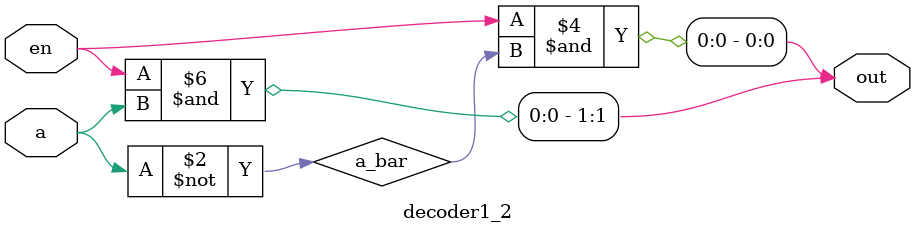
<source format=sv>
`timescale 1ns/1ps
`default_nettype none

module decoder1_2(a, en, out);

input a, en;
output logic [1:0] out; // the last or logic

// Below is "STRUCTURAL" verilog - explicit hardware

// inverters: ~
logic a_bar;
always_comb a_bar = ~a;

// ands 
logic product0, product1, product2, product3;
always_comb out[0] = en & a_bar;
always_comb out[1] = en & a;

endmodule
</source>
